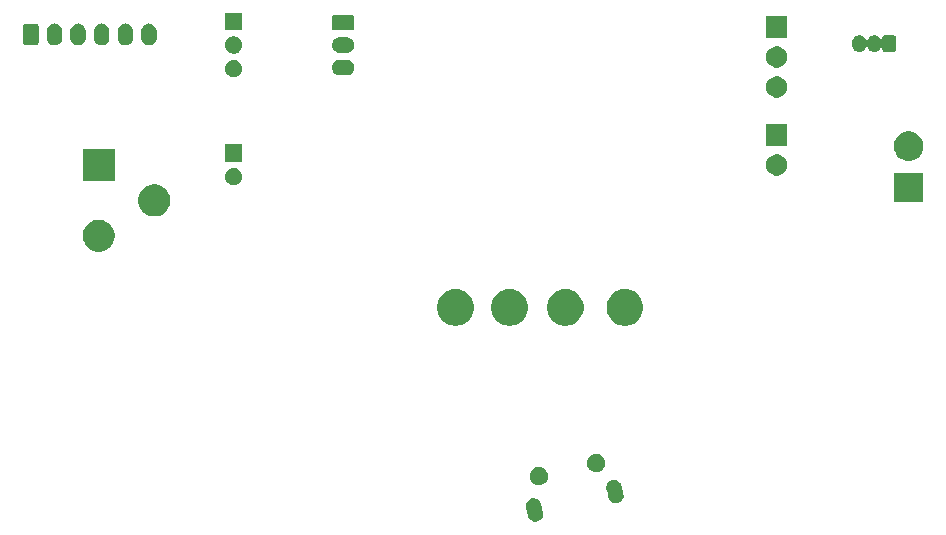
<source format=gbr>
G04 #@! TF.GenerationSoftware,KiCad,Pcbnew,(5.1.5-0-10_14)*
G04 #@! TF.CreationDate,2020-03-25T00:06:53-04:00*
G04 #@! TF.ProjectId,NUTS_PCB,4e555453-5f50-4434-922e-6b696361645f,rev?*
G04 #@! TF.SameCoordinates,Original*
G04 #@! TF.FileFunction,Soldermask,Bot*
G04 #@! TF.FilePolarity,Negative*
%FSLAX46Y46*%
G04 Gerber Fmt 4.6, Leading zero omitted, Abs format (unit mm)*
G04 Created by KiCad (PCBNEW (5.1.5-0-10_14)) date 2020-03-25 00:06:53*
%MOMM*%
%LPD*%
G04 APERTURE LIST*
%ADD10C,0.100000*%
G04 APERTURE END LIST*
D10*
G36*
X77876597Y-67585740D02*
G01*
X77940565Y-67590072D01*
X78064359Y-67623532D01*
X78179250Y-67680502D01*
X78280814Y-67758788D01*
X78365154Y-67855383D01*
X78376540Y-67875204D01*
X78429030Y-67966579D01*
X78441470Y-68003491D01*
X78459724Y-68057652D01*
X78459724Y-68057654D01*
X78631575Y-68802020D01*
X78643912Y-68897333D01*
X78639578Y-68961304D01*
X78635246Y-69025273D01*
X78601786Y-69149067D01*
X78544816Y-69263958D01*
X78466530Y-69365522D01*
X78369935Y-69449862D01*
X78331295Y-69472058D01*
X78258739Y-69513738D01*
X78137219Y-69554693D01*
X78010044Y-69571154D01*
X78010042Y-69571154D01*
X77882104Y-69562488D01*
X77758311Y-69529028D01*
X77643420Y-69472058D01*
X77541856Y-69393772D01*
X77457516Y-69297177D01*
X77436224Y-69260111D01*
X77393640Y-69185981D01*
X77378293Y-69140443D01*
X77362946Y-69094908D01*
X77283596Y-68751206D01*
X77191095Y-68350539D01*
X77178758Y-68255226D01*
X77183091Y-68191256D01*
X77187424Y-68127287D01*
X77220884Y-68003493D01*
X77277854Y-67888602D01*
X77356140Y-67787038D01*
X77452735Y-67702698D01*
X77497543Y-67676959D01*
X77563931Y-67638822D01*
X77685451Y-67597867D01*
X77812626Y-67581406D01*
X77876597Y-67585740D01*
G37*
G36*
X84697186Y-66011081D02*
G01*
X84761155Y-66015414D01*
X84884949Y-66048874D01*
X84999840Y-66105844D01*
X85101404Y-66184130D01*
X85185744Y-66280725D01*
X85204826Y-66313944D01*
X85249620Y-66391921D01*
X85255110Y-66408212D01*
X85280314Y-66482994D01*
X85296390Y-66552627D01*
X85452165Y-67227362D01*
X85464502Y-67322675D01*
X85460169Y-67386646D01*
X85455836Y-67450615D01*
X85422376Y-67574409D01*
X85365406Y-67689300D01*
X85287120Y-67790864D01*
X85190525Y-67875204D01*
X85167201Y-67888602D01*
X85079329Y-67939080D01*
X84957809Y-67980035D01*
X84830634Y-67996496D01*
X84830632Y-67996496D01*
X84702694Y-67987830D01*
X84578901Y-67954370D01*
X84464010Y-67897400D01*
X84362446Y-67819114D01*
X84278106Y-67722519D01*
X84253969Y-67680501D01*
X84214230Y-67611323D01*
X84198883Y-67565786D01*
X84183536Y-67520250D01*
X84104186Y-67176548D01*
X84011685Y-66775881D01*
X83999348Y-66680568D01*
X84003681Y-66616598D01*
X84008014Y-66552629D01*
X84041474Y-66428835D01*
X84098444Y-66313944D01*
X84176730Y-66212380D01*
X84273325Y-66128040D01*
X84342843Y-66088106D01*
X84384521Y-66064164D01*
X84506041Y-66023209D01*
X84633216Y-66006748D01*
X84697186Y-66011081D01*
G37*
G36*
X78504685Y-64974349D02*
G01*
X78504687Y-64974350D01*
X78504688Y-64974350D01*
X78645911Y-65032846D01*
X78645914Y-65032848D01*
X78773006Y-65117768D01*
X78881098Y-65225860D01*
X78919583Y-65283457D01*
X78966020Y-65352955D01*
X79024516Y-65494178D01*
X79054337Y-65644100D01*
X79054337Y-65796958D01*
X79024516Y-65946880D01*
X78966020Y-66088103D01*
X78966018Y-66088106D01*
X78881098Y-66215198D01*
X78773006Y-66323290D01*
X78670292Y-66391921D01*
X78645911Y-66408212D01*
X78504688Y-66466708D01*
X78504687Y-66466708D01*
X78504685Y-66466709D01*
X78354768Y-66496529D01*
X78201906Y-66496529D01*
X78051989Y-66466709D01*
X78051987Y-66466708D01*
X78051986Y-66466708D01*
X77910763Y-66408212D01*
X77886382Y-66391921D01*
X77783668Y-66323290D01*
X77675576Y-66215198D01*
X77590656Y-66088106D01*
X77590654Y-66088103D01*
X77532158Y-65946880D01*
X77502337Y-65796958D01*
X77502337Y-65644100D01*
X77532158Y-65494178D01*
X77590654Y-65352955D01*
X77637091Y-65283457D01*
X77675576Y-65225860D01*
X77783668Y-65117768D01*
X77910760Y-65032848D01*
X77910763Y-65032846D01*
X78051986Y-64974350D01*
X78051987Y-64974350D01*
X78051989Y-64974349D01*
X78201906Y-64944529D01*
X78354768Y-64944529D01*
X78504685Y-64974349D01*
G37*
G36*
X83376535Y-63849594D02*
G01*
X83376537Y-63849595D01*
X83376538Y-63849595D01*
X83517761Y-63908091D01*
X83517764Y-63908093D01*
X83644856Y-63993013D01*
X83752948Y-64101105D01*
X83837868Y-64228197D01*
X83837870Y-64228200D01*
X83896366Y-64369423D01*
X83926187Y-64519345D01*
X83926187Y-64672203D01*
X83896366Y-64822125D01*
X83837870Y-64963348D01*
X83837868Y-64963351D01*
X83752948Y-65090443D01*
X83644856Y-65198535D01*
X83517764Y-65283455D01*
X83517761Y-65283457D01*
X83376538Y-65341953D01*
X83376537Y-65341953D01*
X83376535Y-65341954D01*
X83226618Y-65371774D01*
X83073756Y-65371774D01*
X82923839Y-65341954D01*
X82923837Y-65341953D01*
X82923836Y-65341953D01*
X82782613Y-65283457D01*
X82782610Y-65283455D01*
X82655518Y-65198535D01*
X82547426Y-65090443D01*
X82462506Y-64963351D01*
X82462504Y-64963348D01*
X82404008Y-64822125D01*
X82374187Y-64672203D01*
X82374187Y-64519345D01*
X82404008Y-64369423D01*
X82462504Y-64228200D01*
X82462506Y-64228197D01*
X82547426Y-64101105D01*
X82655518Y-63993013D01*
X82782610Y-63908093D01*
X82782613Y-63908091D01*
X82923836Y-63849595D01*
X82923837Y-63849595D01*
X82923839Y-63849594D01*
X83073756Y-63819774D01*
X83226618Y-63819774D01*
X83376535Y-63849594D01*
G37*
G36*
X80820585Y-49913802D02*
G01*
X80970410Y-49943604D01*
X81252674Y-50060521D01*
X81506705Y-50230259D01*
X81722741Y-50446295D01*
X81892479Y-50700326D01*
X82009396Y-50982590D01*
X82069000Y-51282240D01*
X82069000Y-51587760D01*
X82009396Y-51887410D01*
X81892479Y-52169674D01*
X81722741Y-52423705D01*
X81506705Y-52639741D01*
X81252674Y-52809479D01*
X80970410Y-52926396D01*
X80820585Y-52956198D01*
X80670761Y-52986000D01*
X80365239Y-52986000D01*
X80215415Y-52956198D01*
X80065590Y-52926396D01*
X79783326Y-52809479D01*
X79529295Y-52639741D01*
X79313259Y-52423705D01*
X79143521Y-52169674D01*
X79026604Y-51887410D01*
X78967000Y-51587760D01*
X78967000Y-51282240D01*
X79026604Y-50982590D01*
X79143521Y-50700326D01*
X79313259Y-50446295D01*
X79529295Y-50230259D01*
X79783326Y-50060521D01*
X80065590Y-49943604D01*
X80215415Y-49913802D01*
X80365239Y-49884000D01*
X80670761Y-49884000D01*
X80820585Y-49913802D01*
G37*
G36*
X76121585Y-49913802D02*
G01*
X76271410Y-49943604D01*
X76553674Y-50060521D01*
X76807705Y-50230259D01*
X77023741Y-50446295D01*
X77193479Y-50700326D01*
X77310396Y-50982590D01*
X77370000Y-51282240D01*
X77370000Y-51587760D01*
X77310396Y-51887410D01*
X77193479Y-52169674D01*
X77023741Y-52423705D01*
X76807705Y-52639741D01*
X76553674Y-52809479D01*
X76271410Y-52926396D01*
X76121585Y-52956198D01*
X75971761Y-52986000D01*
X75666239Y-52986000D01*
X75516415Y-52956198D01*
X75366590Y-52926396D01*
X75084326Y-52809479D01*
X74830295Y-52639741D01*
X74614259Y-52423705D01*
X74444521Y-52169674D01*
X74327604Y-51887410D01*
X74268000Y-51587760D01*
X74268000Y-51282240D01*
X74327604Y-50982590D01*
X74444521Y-50700326D01*
X74614259Y-50446295D01*
X74830295Y-50230259D01*
X75084326Y-50060521D01*
X75366590Y-49943604D01*
X75516415Y-49913802D01*
X75666239Y-49884000D01*
X75971761Y-49884000D01*
X76121585Y-49913802D01*
G37*
G36*
X71549585Y-49913802D02*
G01*
X71699410Y-49943604D01*
X71981674Y-50060521D01*
X72235705Y-50230259D01*
X72451741Y-50446295D01*
X72621479Y-50700326D01*
X72738396Y-50982590D01*
X72798000Y-51282240D01*
X72798000Y-51587760D01*
X72738396Y-51887410D01*
X72621479Y-52169674D01*
X72451741Y-52423705D01*
X72235705Y-52639741D01*
X71981674Y-52809479D01*
X71699410Y-52926396D01*
X71549585Y-52956198D01*
X71399761Y-52986000D01*
X71094239Y-52986000D01*
X70944415Y-52956198D01*
X70794590Y-52926396D01*
X70512326Y-52809479D01*
X70258295Y-52639741D01*
X70042259Y-52423705D01*
X69872521Y-52169674D01*
X69755604Y-51887410D01*
X69696000Y-51587760D01*
X69696000Y-51282240D01*
X69755604Y-50982590D01*
X69872521Y-50700326D01*
X70042259Y-50446295D01*
X70258295Y-50230259D01*
X70512326Y-50060521D01*
X70794590Y-49943604D01*
X70944415Y-49913802D01*
X71094239Y-49884000D01*
X71399761Y-49884000D01*
X71549585Y-49913802D01*
G37*
G36*
X85870585Y-49913802D02*
G01*
X86020410Y-49943604D01*
X86302674Y-50060521D01*
X86556705Y-50230259D01*
X86772741Y-50446295D01*
X86942479Y-50700326D01*
X87059396Y-50982590D01*
X87119000Y-51282240D01*
X87119000Y-51587760D01*
X87059396Y-51887410D01*
X86942479Y-52169674D01*
X86772741Y-52423705D01*
X86556705Y-52639741D01*
X86302674Y-52809479D01*
X86020410Y-52926396D01*
X85870585Y-52956198D01*
X85720761Y-52986000D01*
X85415239Y-52986000D01*
X85265415Y-52956198D01*
X85115590Y-52926396D01*
X84833326Y-52809479D01*
X84579295Y-52639741D01*
X84363259Y-52423705D01*
X84193521Y-52169674D01*
X84076604Y-51887410D01*
X84017000Y-51587760D01*
X84017000Y-51282240D01*
X84076604Y-50982590D01*
X84193521Y-50700326D01*
X84363259Y-50446295D01*
X84579295Y-50230259D01*
X84833326Y-50060521D01*
X85115590Y-49943604D01*
X85265415Y-49913802D01*
X85415239Y-49884000D01*
X85720761Y-49884000D01*
X85870585Y-49913802D01*
G37*
G36*
X41415072Y-44070918D02*
G01*
X41660939Y-44172759D01*
X41882212Y-44320610D01*
X42070390Y-44508788D01*
X42218241Y-44730061D01*
X42320082Y-44975928D01*
X42372000Y-45236938D01*
X42372000Y-45503062D01*
X42320082Y-45764072D01*
X42218241Y-46009939D01*
X42070390Y-46231212D01*
X41882212Y-46419390D01*
X41660939Y-46567241D01*
X41660938Y-46567242D01*
X41660937Y-46567242D01*
X41415072Y-46669082D01*
X41154063Y-46721000D01*
X40887937Y-46721000D01*
X40626928Y-46669082D01*
X40381063Y-46567242D01*
X40381062Y-46567242D01*
X40381061Y-46567241D01*
X40159788Y-46419390D01*
X39971610Y-46231212D01*
X39823759Y-46009939D01*
X39721918Y-45764072D01*
X39670000Y-45503062D01*
X39670000Y-45236938D01*
X39721918Y-44975928D01*
X39823759Y-44730061D01*
X39971610Y-44508788D01*
X40159788Y-44320610D01*
X40381061Y-44172759D01*
X40626928Y-44070918D01*
X40887937Y-44019000D01*
X41154063Y-44019000D01*
X41415072Y-44070918D01*
G37*
G36*
X46115072Y-41070918D02*
G01*
X46360939Y-41172759D01*
X46472328Y-41247187D01*
X46582211Y-41320609D01*
X46770391Y-41508789D01*
X46918242Y-41730063D01*
X47020082Y-41975928D01*
X47072000Y-42236937D01*
X47072000Y-42503063D01*
X47020082Y-42764072D01*
X46918241Y-43009939D01*
X46770390Y-43231212D01*
X46582212Y-43419390D01*
X46360939Y-43567241D01*
X46360938Y-43567242D01*
X46360937Y-43567242D01*
X46115072Y-43669082D01*
X45854063Y-43721000D01*
X45587937Y-43721000D01*
X45326928Y-43669082D01*
X45081063Y-43567242D01*
X45081062Y-43567242D01*
X45081061Y-43567241D01*
X44859788Y-43419390D01*
X44671610Y-43231212D01*
X44523759Y-43009939D01*
X44421918Y-42764072D01*
X44370000Y-42503063D01*
X44370000Y-42236937D01*
X44421918Y-41975928D01*
X44523758Y-41730063D01*
X44671609Y-41508789D01*
X44859789Y-41320609D01*
X44969672Y-41247187D01*
X45081061Y-41172759D01*
X45326928Y-41070918D01*
X45587937Y-41019000D01*
X45854063Y-41019000D01*
X46115072Y-41070918D01*
G37*
G36*
X110852000Y-42526000D02*
G01*
X108350000Y-42526000D01*
X108350000Y-40024000D01*
X110852000Y-40024000D01*
X110852000Y-42526000D01*
G37*
G36*
X52662766Y-39655899D02*
G01*
X52794888Y-39710626D01*
X52794890Y-39710627D01*
X52913798Y-39790079D01*
X53014921Y-39891202D01*
X53014922Y-39891204D01*
X53094374Y-40010112D01*
X53149101Y-40142234D01*
X53177000Y-40282494D01*
X53177000Y-40425506D01*
X53149101Y-40565766D01*
X53094374Y-40697888D01*
X53094373Y-40697890D01*
X53014921Y-40816798D01*
X52913798Y-40917921D01*
X52794890Y-40997373D01*
X52794889Y-40997374D01*
X52794888Y-40997374D01*
X52662766Y-41052101D01*
X52522506Y-41080000D01*
X52379494Y-41080000D01*
X52239234Y-41052101D01*
X52107112Y-40997374D01*
X52107111Y-40997374D01*
X52107110Y-40997373D01*
X51988202Y-40917921D01*
X51887079Y-40816798D01*
X51807627Y-40697890D01*
X51807626Y-40697888D01*
X51752899Y-40565766D01*
X51725000Y-40425506D01*
X51725000Y-40282494D01*
X51752899Y-40142234D01*
X51807626Y-40010112D01*
X51887078Y-39891204D01*
X51887079Y-39891202D01*
X51988202Y-39790079D01*
X52107110Y-39710627D01*
X52107112Y-39710626D01*
X52239234Y-39655899D01*
X52379494Y-39628000D01*
X52522506Y-39628000D01*
X52662766Y-39655899D01*
G37*
G36*
X42372000Y-40721000D02*
G01*
X39670000Y-40721000D01*
X39670000Y-38019000D01*
X42372000Y-38019000D01*
X42372000Y-40721000D01*
G37*
G36*
X98538512Y-38473927D02*
G01*
X98687812Y-38503624D01*
X98851784Y-38571544D01*
X98999354Y-38670147D01*
X99124853Y-38795646D01*
X99223456Y-38943216D01*
X99291376Y-39107188D01*
X99326000Y-39281259D01*
X99326000Y-39458741D01*
X99291376Y-39632812D01*
X99223456Y-39796784D01*
X99124853Y-39944354D01*
X98999354Y-40069853D01*
X98851784Y-40168456D01*
X98687812Y-40236376D01*
X98538512Y-40266073D01*
X98513742Y-40271000D01*
X98336258Y-40271000D01*
X98311488Y-40266073D01*
X98162188Y-40236376D01*
X97998216Y-40168456D01*
X97850646Y-40069853D01*
X97725147Y-39944354D01*
X97626544Y-39796784D01*
X97558624Y-39632812D01*
X97524000Y-39458741D01*
X97524000Y-39281259D01*
X97558624Y-39107188D01*
X97626544Y-38943216D01*
X97725147Y-38795646D01*
X97850646Y-38670147D01*
X97998216Y-38571544D01*
X98162188Y-38503624D01*
X98311488Y-38473927D01*
X98336258Y-38469000D01*
X98513742Y-38469000D01*
X98538512Y-38473927D01*
G37*
G36*
X53177000Y-39080000D02*
G01*
X51725000Y-39080000D01*
X51725000Y-37628000D01*
X53177000Y-37628000D01*
X53177000Y-39080000D01*
G37*
G36*
X109965903Y-36572075D02*
G01*
X110193571Y-36666378D01*
X110398466Y-36803285D01*
X110572715Y-36977534D01*
X110572716Y-36977536D01*
X110709623Y-37182431D01*
X110803925Y-37410097D01*
X110847269Y-37628000D01*
X110852000Y-37651787D01*
X110852000Y-37898213D01*
X110803925Y-38139903D01*
X110709622Y-38367571D01*
X110572715Y-38572466D01*
X110398466Y-38746715D01*
X110193571Y-38883622D01*
X110193570Y-38883623D01*
X110193569Y-38883623D01*
X109965903Y-38977925D01*
X109724214Y-39026000D01*
X109477786Y-39026000D01*
X109236097Y-38977925D01*
X109008431Y-38883623D01*
X109008430Y-38883623D01*
X109008429Y-38883622D01*
X108803534Y-38746715D01*
X108629285Y-38572466D01*
X108492378Y-38367571D01*
X108398075Y-38139903D01*
X108350000Y-37898213D01*
X108350000Y-37651787D01*
X108354732Y-37628000D01*
X108398075Y-37410097D01*
X108492377Y-37182431D01*
X108629284Y-36977536D01*
X108629285Y-36977534D01*
X108803534Y-36803285D01*
X109008429Y-36666378D01*
X109236097Y-36572075D01*
X109477786Y-36524000D01*
X109724214Y-36524000D01*
X109965903Y-36572075D01*
G37*
G36*
X99326000Y-37731000D02*
G01*
X97524000Y-37731000D01*
X97524000Y-35929000D01*
X99326000Y-35929000D01*
X99326000Y-37731000D01*
G37*
G36*
X98538512Y-31869927D02*
G01*
X98687812Y-31899624D01*
X98851784Y-31967544D01*
X98999354Y-32066147D01*
X99124853Y-32191646D01*
X99223456Y-32339216D01*
X99291376Y-32503188D01*
X99326000Y-32677259D01*
X99326000Y-32854741D01*
X99291376Y-33028812D01*
X99223456Y-33192784D01*
X99124853Y-33340354D01*
X98999354Y-33465853D01*
X98851784Y-33564456D01*
X98687812Y-33632376D01*
X98538512Y-33662073D01*
X98513742Y-33667000D01*
X98336258Y-33667000D01*
X98311488Y-33662073D01*
X98162188Y-33632376D01*
X97998216Y-33564456D01*
X97850646Y-33465853D01*
X97725147Y-33340354D01*
X97626544Y-33192784D01*
X97558624Y-33028812D01*
X97524000Y-32854741D01*
X97524000Y-32677259D01*
X97558624Y-32503188D01*
X97626544Y-32339216D01*
X97725147Y-32191646D01*
X97850646Y-32066147D01*
X97998216Y-31967544D01*
X98162188Y-31899624D01*
X98311488Y-31869927D01*
X98336258Y-31865000D01*
X98513742Y-31865000D01*
X98538512Y-31869927D01*
G37*
G36*
X52662766Y-30511899D02*
G01*
X52793606Y-30566095D01*
X52794890Y-30566627D01*
X52913798Y-30646079D01*
X53014921Y-30747202D01*
X53094373Y-30866110D01*
X53094374Y-30866112D01*
X53149101Y-30998234D01*
X53177000Y-31138494D01*
X53177000Y-31281506D01*
X53149101Y-31421766D01*
X53094374Y-31553888D01*
X53094373Y-31553890D01*
X53014921Y-31672798D01*
X52913798Y-31773921D01*
X52794890Y-31853373D01*
X52794889Y-31853374D01*
X52794888Y-31853374D01*
X52662766Y-31908101D01*
X52522506Y-31936000D01*
X52379494Y-31936000D01*
X52239234Y-31908101D01*
X52107112Y-31853374D01*
X52107111Y-31853374D01*
X52107110Y-31853373D01*
X51988202Y-31773921D01*
X51887079Y-31672798D01*
X51807627Y-31553890D01*
X51807626Y-31553888D01*
X51752899Y-31421766D01*
X51725000Y-31281506D01*
X51725000Y-31138494D01*
X51752899Y-30998234D01*
X51807626Y-30866112D01*
X51807627Y-30866110D01*
X51887079Y-30747202D01*
X51988202Y-30646079D01*
X52107110Y-30566627D01*
X52108394Y-30566095D01*
X52239234Y-30511899D01*
X52379494Y-30484000D01*
X52522506Y-30484000D01*
X52662766Y-30511899D01*
G37*
G36*
X62085855Y-30462140D02*
G01*
X62149618Y-30468420D01*
X62216841Y-30488812D01*
X62272336Y-30505646D01*
X62385425Y-30566094D01*
X62484554Y-30647446D01*
X62565906Y-30746575D01*
X62626354Y-30859664D01*
X62626355Y-30859668D01*
X62663580Y-30982382D01*
X62676149Y-31110000D01*
X62663580Y-31237618D01*
X62636040Y-31328404D01*
X62626354Y-31360336D01*
X62565906Y-31473425D01*
X62484554Y-31572554D01*
X62385425Y-31653906D01*
X62272336Y-31714354D01*
X62240404Y-31724040D01*
X62149618Y-31751580D01*
X62085855Y-31757860D01*
X62053974Y-31761000D01*
X61390026Y-31761000D01*
X61358145Y-31757860D01*
X61294382Y-31751580D01*
X61203596Y-31724040D01*
X61171664Y-31714354D01*
X61058575Y-31653906D01*
X60959446Y-31572554D01*
X60878094Y-31473425D01*
X60817646Y-31360336D01*
X60807960Y-31328404D01*
X60780420Y-31237618D01*
X60767851Y-31110000D01*
X60780420Y-30982382D01*
X60817645Y-30859668D01*
X60817646Y-30859664D01*
X60878094Y-30746575D01*
X60959446Y-30647446D01*
X61058575Y-30566094D01*
X61171664Y-30505646D01*
X61227159Y-30488812D01*
X61294382Y-30468420D01*
X61358145Y-30462140D01*
X61390026Y-30459000D01*
X62053974Y-30459000D01*
X62085855Y-30462140D01*
G37*
G36*
X98538512Y-29329927D02*
G01*
X98687812Y-29359624D01*
X98851784Y-29427544D01*
X98999354Y-29526147D01*
X99124853Y-29651646D01*
X99223456Y-29799216D01*
X99291376Y-29963188D01*
X99326000Y-30137259D01*
X99326000Y-30314741D01*
X99291376Y-30488812D01*
X99223456Y-30652784D01*
X99124853Y-30800354D01*
X98999354Y-30925853D01*
X98851784Y-31024456D01*
X98687812Y-31092376D01*
X98538512Y-31122073D01*
X98513742Y-31127000D01*
X98336258Y-31127000D01*
X98311488Y-31122073D01*
X98162188Y-31092376D01*
X97998216Y-31024456D01*
X97850646Y-30925853D01*
X97725147Y-30800354D01*
X97626544Y-30652784D01*
X97558624Y-30488812D01*
X97524000Y-30314741D01*
X97524000Y-30137259D01*
X97558624Y-29963188D01*
X97626544Y-29799216D01*
X97725147Y-29651646D01*
X97850646Y-29526147D01*
X97998216Y-29427544D01*
X98162188Y-29359624D01*
X98311488Y-29329927D01*
X98336258Y-29325000D01*
X98513742Y-29325000D01*
X98538512Y-29329927D01*
G37*
G36*
X52662766Y-28511899D02*
G01*
X52794888Y-28566626D01*
X52794890Y-28566627D01*
X52913798Y-28646079D01*
X53014921Y-28747202D01*
X53081158Y-28846333D01*
X53094374Y-28866112D01*
X53149101Y-28998234D01*
X53177000Y-29138494D01*
X53177000Y-29281506D01*
X53149101Y-29421766D01*
X53101943Y-29535614D01*
X53094373Y-29553890D01*
X53014921Y-29672798D01*
X52913798Y-29773921D01*
X52794890Y-29853373D01*
X52794889Y-29853374D01*
X52794888Y-29853374D01*
X52662766Y-29908101D01*
X52522506Y-29936000D01*
X52379494Y-29936000D01*
X52239234Y-29908101D01*
X52107112Y-29853374D01*
X52107111Y-29853374D01*
X52107110Y-29853373D01*
X51988202Y-29773921D01*
X51887079Y-29672798D01*
X51807627Y-29553890D01*
X51800057Y-29535614D01*
X51752899Y-29421766D01*
X51725000Y-29281506D01*
X51725000Y-29138494D01*
X51752899Y-28998234D01*
X51807626Y-28866112D01*
X51820842Y-28846333D01*
X51887079Y-28747202D01*
X51988202Y-28646079D01*
X52107110Y-28566627D01*
X52107112Y-28566626D01*
X52239234Y-28511899D01*
X52379494Y-28484000D01*
X52522506Y-28484000D01*
X52662766Y-28511899D01*
G37*
G36*
X62085855Y-28562140D02*
G01*
X62149618Y-28568420D01*
X62240404Y-28595960D01*
X62272336Y-28605646D01*
X62385425Y-28666094D01*
X62484554Y-28747446D01*
X62565906Y-28846575D01*
X62626354Y-28959664D01*
X62626355Y-28959668D01*
X62663580Y-29082382D01*
X62676149Y-29210000D01*
X62663580Y-29337618D01*
X62638054Y-29421766D01*
X62626354Y-29460336D01*
X62565906Y-29573425D01*
X62484554Y-29672554D01*
X62385425Y-29753906D01*
X62272336Y-29814354D01*
X62240404Y-29824040D01*
X62149618Y-29851580D01*
X62085855Y-29857860D01*
X62053974Y-29861000D01*
X61390026Y-29861000D01*
X61358145Y-29857860D01*
X61294382Y-29851580D01*
X61203596Y-29824040D01*
X61171664Y-29814354D01*
X61058575Y-29753906D01*
X60959446Y-29672554D01*
X60878094Y-29573425D01*
X60817646Y-29460336D01*
X60805946Y-29421766D01*
X60780420Y-29337618D01*
X60767851Y-29210000D01*
X60780420Y-29082382D01*
X60817645Y-28959668D01*
X60817646Y-28959664D01*
X60878094Y-28846575D01*
X60959446Y-28747446D01*
X61058575Y-28666094D01*
X61171664Y-28605646D01*
X61203596Y-28595960D01*
X61294382Y-28568420D01*
X61358145Y-28562140D01*
X61390026Y-28559000D01*
X62053974Y-28559000D01*
X62085855Y-28562140D01*
G37*
G36*
X106792916Y-28390334D02*
G01*
X106901492Y-28423271D01*
X106901495Y-28423272D01*
X106937601Y-28442571D01*
X107001557Y-28476756D01*
X107089264Y-28548736D01*
X107156278Y-28630392D01*
X107173602Y-28647716D01*
X107193976Y-28661329D01*
X107216615Y-28670707D01*
X107240648Y-28675487D01*
X107265152Y-28675487D01*
X107289186Y-28670706D01*
X107311825Y-28661329D01*
X107332199Y-28647715D01*
X107349526Y-28630388D01*
X107363139Y-28610014D01*
X107372517Y-28587375D01*
X107377297Y-28563339D01*
X107378602Y-28550085D01*
X107390444Y-28511048D01*
X107409670Y-28475079D01*
X107435547Y-28443547D01*
X107467079Y-28417670D01*
X107503048Y-28398444D01*
X107542085Y-28386602D01*
X107588814Y-28382000D01*
X108311186Y-28382000D01*
X108357915Y-28386602D01*
X108396952Y-28398444D01*
X108432921Y-28417670D01*
X108464453Y-28443547D01*
X108490330Y-28475079D01*
X108509556Y-28511048D01*
X108521398Y-28550085D01*
X108526000Y-28596814D01*
X108526000Y-29569186D01*
X108521398Y-29615915D01*
X108509556Y-29654952D01*
X108490330Y-29690921D01*
X108464453Y-29722453D01*
X108432921Y-29748330D01*
X108396952Y-29767556D01*
X108357915Y-29779398D01*
X108311186Y-29784000D01*
X107588814Y-29784000D01*
X107542085Y-29779398D01*
X107503048Y-29767556D01*
X107467079Y-29748330D01*
X107435547Y-29722453D01*
X107409670Y-29690921D01*
X107390444Y-29654952D01*
X107378602Y-29615915D01*
X107377297Y-29602661D01*
X107372517Y-29578628D01*
X107363141Y-29555989D01*
X107349527Y-29535614D01*
X107332201Y-29518286D01*
X107311827Y-29504672D01*
X107289188Y-29495294D01*
X107265155Y-29490513D01*
X107240651Y-29490513D01*
X107216618Y-29495293D01*
X107193979Y-29504669D01*
X107173604Y-29518283D01*
X107156278Y-29535608D01*
X107089264Y-29617264D01*
X107001556Y-29689244D01*
X106939425Y-29722453D01*
X106901494Y-29742728D01*
X106901491Y-29742729D01*
X106792915Y-29775666D01*
X106680000Y-29786787D01*
X106567084Y-29775666D01*
X106458508Y-29742729D01*
X106458505Y-29742728D01*
X106420574Y-29722453D01*
X106358443Y-29689244D01*
X106270736Y-29617264D01*
X106198756Y-29529556D01*
X106155239Y-29448140D01*
X106141625Y-29427766D01*
X106124298Y-29410439D01*
X106103924Y-29396825D01*
X106081285Y-29387448D01*
X106057251Y-29382668D01*
X106032747Y-29382668D01*
X106008714Y-29387449D01*
X105986075Y-29396826D01*
X105965701Y-29410440D01*
X105948374Y-29427767D01*
X105934762Y-29448140D01*
X105891244Y-29529557D01*
X105819264Y-29617264D01*
X105731556Y-29689244D01*
X105669425Y-29722453D01*
X105631494Y-29742728D01*
X105631491Y-29742729D01*
X105522915Y-29775666D01*
X105410000Y-29786787D01*
X105297084Y-29775666D01*
X105188508Y-29742729D01*
X105188505Y-29742728D01*
X105150574Y-29722453D01*
X105088443Y-29689244D01*
X105000736Y-29617264D01*
X104928756Y-29529556D01*
X104885239Y-29448140D01*
X104875272Y-29429494D01*
X104869492Y-29410440D01*
X104842334Y-29320915D01*
X104834000Y-29236297D01*
X104834000Y-28929702D01*
X104842334Y-28845084D01*
X104875271Y-28736508D01*
X104875272Y-28736505D01*
X104928756Y-28636445D01*
X104928757Y-28636443D01*
X105000737Y-28548736D01*
X105088444Y-28476756D01*
X105152400Y-28442571D01*
X105188506Y-28423272D01*
X105188509Y-28423271D01*
X105297085Y-28390334D01*
X105410000Y-28379213D01*
X105522916Y-28390334D01*
X105631492Y-28423271D01*
X105631495Y-28423272D01*
X105667601Y-28442571D01*
X105731557Y-28476756D01*
X105819264Y-28548736D01*
X105891244Y-28636443D01*
X105909557Y-28670706D01*
X105934761Y-28717859D01*
X105948375Y-28738234D01*
X105965702Y-28755561D01*
X105986076Y-28769174D01*
X106008715Y-28778552D01*
X106032748Y-28783332D01*
X106057252Y-28783332D01*
X106081285Y-28778552D01*
X106103924Y-28769174D01*
X106124299Y-28755560D01*
X106141626Y-28738233D01*
X106155239Y-28717859D01*
X106198756Y-28636445D01*
X106198757Y-28636443D01*
X106270737Y-28548736D01*
X106358444Y-28476756D01*
X106422400Y-28442571D01*
X106458506Y-28423272D01*
X106458509Y-28423271D01*
X106567085Y-28390334D01*
X106680000Y-28379213D01*
X106792916Y-28390334D01*
G37*
G36*
X43402617Y-27404420D02*
G01*
X43483399Y-27428925D01*
X43525335Y-27441646D01*
X43638424Y-27502094D01*
X43737554Y-27583447D01*
X43818906Y-27682575D01*
X43879354Y-27795664D01*
X43889040Y-27827596D01*
X43916580Y-27918382D01*
X43926000Y-28014027D01*
X43926000Y-28627973D01*
X43916580Y-28723618D01*
X43899916Y-28778552D01*
X43879354Y-28846336D01*
X43818906Y-28959425D01*
X43737554Y-29058554D01*
X43638425Y-29139906D01*
X43525336Y-29200354D01*
X43493537Y-29210000D01*
X43402618Y-29237580D01*
X43275000Y-29250149D01*
X43147383Y-29237580D01*
X43056464Y-29210000D01*
X43024665Y-29200354D01*
X42911576Y-29139906D01*
X42812447Y-29058554D01*
X42731096Y-28959427D01*
X42731095Y-28959425D01*
X42702957Y-28906783D01*
X42670645Y-28846333D01*
X42650084Y-28778552D01*
X42633420Y-28723618D01*
X42624000Y-28627973D01*
X42624000Y-28014028D01*
X42633420Y-27918383D01*
X42670645Y-27795669D01*
X42670646Y-27795665D01*
X42731094Y-27682576D01*
X42812447Y-27583446D01*
X42911575Y-27502094D01*
X43024664Y-27441646D01*
X43066600Y-27428925D01*
X43147382Y-27404420D01*
X43275000Y-27391851D01*
X43402617Y-27404420D01*
G37*
G36*
X41402617Y-27404420D02*
G01*
X41483399Y-27428925D01*
X41525335Y-27441646D01*
X41638424Y-27502094D01*
X41737554Y-27583447D01*
X41818906Y-27682575D01*
X41879354Y-27795664D01*
X41889040Y-27827596D01*
X41916580Y-27918382D01*
X41926000Y-28014027D01*
X41926000Y-28627973D01*
X41916580Y-28723618D01*
X41899916Y-28778552D01*
X41879354Y-28846336D01*
X41818906Y-28959425D01*
X41737554Y-29058554D01*
X41638425Y-29139906D01*
X41525336Y-29200354D01*
X41493537Y-29210000D01*
X41402618Y-29237580D01*
X41275000Y-29250149D01*
X41147383Y-29237580D01*
X41056464Y-29210000D01*
X41024665Y-29200354D01*
X40911576Y-29139906D01*
X40812447Y-29058554D01*
X40731096Y-28959427D01*
X40731095Y-28959425D01*
X40702957Y-28906783D01*
X40670645Y-28846333D01*
X40650084Y-28778552D01*
X40633420Y-28723618D01*
X40624000Y-28627973D01*
X40624000Y-28014028D01*
X40633420Y-27918383D01*
X40670645Y-27795669D01*
X40670646Y-27795665D01*
X40731094Y-27682576D01*
X40812447Y-27583446D01*
X40911575Y-27502094D01*
X41024664Y-27441646D01*
X41066600Y-27428925D01*
X41147382Y-27404420D01*
X41275000Y-27391851D01*
X41402617Y-27404420D01*
G37*
G36*
X45402617Y-27404420D02*
G01*
X45483399Y-27428925D01*
X45525335Y-27441646D01*
X45638424Y-27502094D01*
X45737554Y-27583447D01*
X45818906Y-27682575D01*
X45879354Y-27795664D01*
X45889040Y-27827596D01*
X45916580Y-27918382D01*
X45926000Y-28014027D01*
X45926000Y-28627973D01*
X45916580Y-28723618D01*
X45899916Y-28778552D01*
X45879354Y-28846336D01*
X45818906Y-28959425D01*
X45737554Y-29058554D01*
X45638425Y-29139906D01*
X45525336Y-29200354D01*
X45493537Y-29210000D01*
X45402618Y-29237580D01*
X45275000Y-29250149D01*
X45147383Y-29237580D01*
X45056464Y-29210000D01*
X45024665Y-29200354D01*
X44911576Y-29139906D01*
X44812447Y-29058554D01*
X44731096Y-28959427D01*
X44731095Y-28959425D01*
X44702957Y-28906783D01*
X44670645Y-28846333D01*
X44650084Y-28778552D01*
X44633420Y-28723618D01*
X44624000Y-28627973D01*
X44624000Y-28014028D01*
X44633420Y-27918383D01*
X44670645Y-27795669D01*
X44670646Y-27795665D01*
X44731094Y-27682576D01*
X44812447Y-27583446D01*
X44911575Y-27502094D01*
X45024664Y-27441646D01*
X45066600Y-27428925D01*
X45147382Y-27404420D01*
X45275000Y-27391851D01*
X45402617Y-27404420D01*
G37*
G36*
X39402617Y-27404420D02*
G01*
X39483399Y-27428925D01*
X39525335Y-27441646D01*
X39638424Y-27502094D01*
X39737554Y-27583447D01*
X39818906Y-27682575D01*
X39879354Y-27795664D01*
X39889040Y-27827596D01*
X39916580Y-27918382D01*
X39926000Y-28014027D01*
X39926000Y-28627973D01*
X39916580Y-28723618D01*
X39899916Y-28778552D01*
X39879354Y-28846336D01*
X39818906Y-28959425D01*
X39737554Y-29058554D01*
X39638425Y-29139906D01*
X39525336Y-29200354D01*
X39493537Y-29210000D01*
X39402618Y-29237580D01*
X39275000Y-29250149D01*
X39147383Y-29237580D01*
X39056464Y-29210000D01*
X39024665Y-29200354D01*
X38911576Y-29139906D01*
X38812447Y-29058554D01*
X38731096Y-28959427D01*
X38731095Y-28959425D01*
X38702957Y-28906783D01*
X38670645Y-28846333D01*
X38650084Y-28778552D01*
X38633420Y-28723618D01*
X38624000Y-28627973D01*
X38624000Y-28014028D01*
X38633420Y-27918383D01*
X38670645Y-27795669D01*
X38670646Y-27795665D01*
X38731094Y-27682576D01*
X38812447Y-27583446D01*
X38911575Y-27502094D01*
X39024664Y-27441646D01*
X39066600Y-27428925D01*
X39147382Y-27404420D01*
X39275000Y-27391851D01*
X39402617Y-27404420D01*
G37*
G36*
X37402617Y-27404420D02*
G01*
X37483399Y-27428925D01*
X37525335Y-27441646D01*
X37638424Y-27502094D01*
X37737554Y-27583447D01*
X37818906Y-27682575D01*
X37879354Y-27795664D01*
X37889040Y-27827596D01*
X37916580Y-27918382D01*
X37926000Y-28014027D01*
X37926000Y-28627973D01*
X37916580Y-28723618D01*
X37899916Y-28778552D01*
X37879354Y-28846336D01*
X37818906Y-28959425D01*
X37737554Y-29058554D01*
X37638425Y-29139906D01*
X37525336Y-29200354D01*
X37493537Y-29210000D01*
X37402618Y-29237580D01*
X37275000Y-29250149D01*
X37147383Y-29237580D01*
X37056464Y-29210000D01*
X37024665Y-29200354D01*
X36911576Y-29139906D01*
X36812447Y-29058554D01*
X36731096Y-28959427D01*
X36731095Y-28959425D01*
X36702957Y-28906783D01*
X36670645Y-28846333D01*
X36650084Y-28778552D01*
X36633420Y-28723618D01*
X36624000Y-28627973D01*
X36624000Y-28014028D01*
X36633420Y-27918383D01*
X36670645Y-27795669D01*
X36670646Y-27795665D01*
X36731094Y-27682576D01*
X36812447Y-27583446D01*
X36911575Y-27502094D01*
X37024664Y-27441646D01*
X37066600Y-27428925D01*
X37147382Y-27404420D01*
X37275000Y-27391851D01*
X37402617Y-27404420D01*
G37*
G36*
X35766242Y-27399404D02*
G01*
X35803337Y-27410657D01*
X35837515Y-27428925D01*
X35867481Y-27453519D01*
X35892075Y-27483485D01*
X35910343Y-27517663D01*
X35921596Y-27554758D01*
X35926000Y-27599474D01*
X35926000Y-29042526D01*
X35921596Y-29087242D01*
X35910343Y-29124337D01*
X35892075Y-29158515D01*
X35867481Y-29188481D01*
X35837515Y-29213075D01*
X35803337Y-29231343D01*
X35766242Y-29242596D01*
X35721526Y-29247000D01*
X34828474Y-29247000D01*
X34783758Y-29242596D01*
X34746663Y-29231343D01*
X34712485Y-29213075D01*
X34682519Y-29188481D01*
X34657925Y-29158515D01*
X34639657Y-29124337D01*
X34628404Y-29087242D01*
X34624000Y-29042526D01*
X34624000Y-27599474D01*
X34628404Y-27554758D01*
X34639657Y-27517663D01*
X34657925Y-27483485D01*
X34682519Y-27453519D01*
X34712485Y-27428925D01*
X34746663Y-27410657D01*
X34783758Y-27399404D01*
X34828474Y-27395000D01*
X35721526Y-27395000D01*
X35766242Y-27399404D01*
G37*
G36*
X99326000Y-28587000D02*
G01*
X97524000Y-28587000D01*
X97524000Y-26785000D01*
X99326000Y-26785000D01*
X99326000Y-28587000D01*
G37*
G36*
X62513656Y-26663394D02*
G01*
X62550656Y-26674618D01*
X62584748Y-26692840D01*
X62614634Y-26717366D01*
X62639160Y-26747252D01*
X62657382Y-26781344D01*
X62668606Y-26818344D01*
X62673000Y-26862956D01*
X62673000Y-27757044D01*
X62668606Y-27801656D01*
X62657382Y-27838656D01*
X62639160Y-27872748D01*
X62614634Y-27902634D01*
X62584748Y-27927160D01*
X62550656Y-27945382D01*
X62513656Y-27956606D01*
X62469044Y-27961000D01*
X60974956Y-27961000D01*
X60930344Y-27956606D01*
X60893344Y-27945382D01*
X60859252Y-27927160D01*
X60829366Y-27902634D01*
X60804840Y-27872748D01*
X60786618Y-27838656D01*
X60775394Y-27801656D01*
X60771000Y-27757044D01*
X60771000Y-26862956D01*
X60775394Y-26818344D01*
X60786618Y-26781344D01*
X60804840Y-26747252D01*
X60829366Y-26717366D01*
X60859252Y-26692840D01*
X60893344Y-26674618D01*
X60930344Y-26663394D01*
X60974956Y-26659000D01*
X62469044Y-26659000D01*
X62513656Y-26663394D01*
G37*
G36*
X53177000Y-27936000D02*
G01*
X51725000Y-27936000D01*
X51725000Y-26484000D01*
X53177000Y-26484000D01*
X53177000Y-27936000D01*
G37*
M02*

</source>
